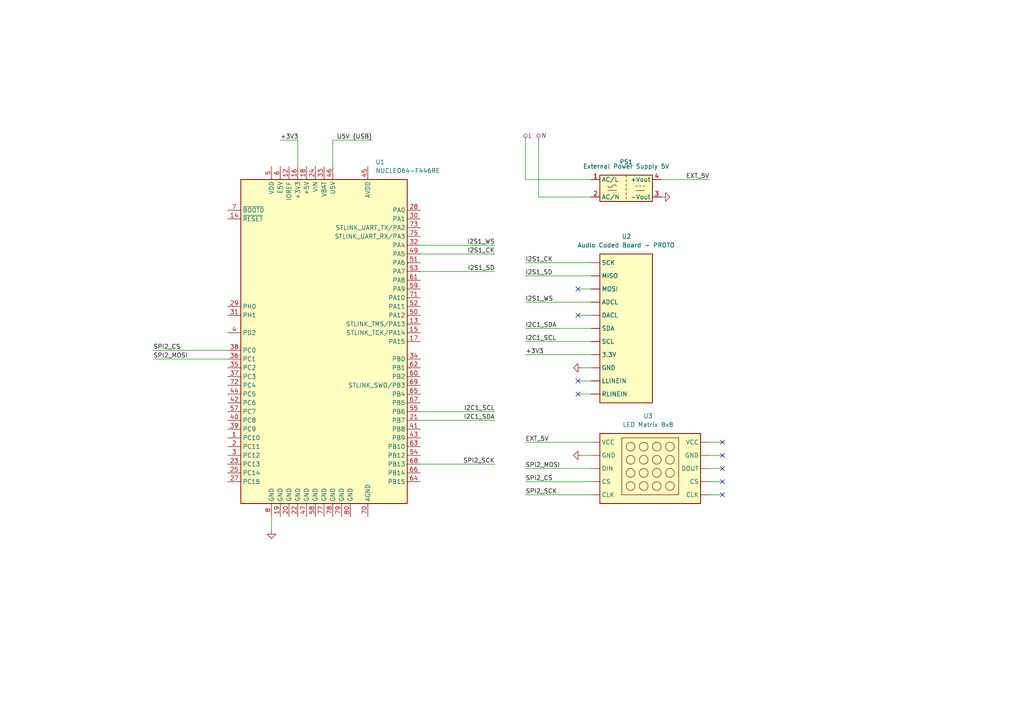
<source format=kicad_sch>
(kicad_sch (version 20230121) (generator eeschema)
  (paper "A4")
  (lib_symbols
    (symbol "Converter_ACDC:HLK-5M03"
      (property "Reference" "PS" (at 0 5.08 0))
      (property "Value" "HLK-5M03" (at 0 -5.08 0))
      (symbol "HLK-5M03_0_1"
        (rectangle (start -7.62 3.81) (end 7.62 -3.81) (stroke (width 0.254)) (fill (type background)))
        (arc (start -5.334 0.635) (mid -4.699 0.2495) (end -4.064 0.635))
        (arc (start -2.794 0.635) (mid -3.429 1.0072) (end -4.064 0.635))
        (polyline (pts (xy -5.334 -0.635) (xy -2.794 -0.635)))
        (polyline (pts (xy 0 -2.54) (xy 0 -3.175)))
        (polyline (pts (xy 0 -1.27) (xy 0 -1.905)))
        (polyline (pts (xy 0 0) (xy 0 -0.635)))
        (polyline (pts (xy 0 1.27) (xy 0 0.635)))
        (polyline (pts (xy 0 2.54) (xy 0 1.905)))
        (polyline (pts (xy 0 3.81) (xy 0 3.175)))
        (polyline (pts (xy 2.794 -0.635) (xy 5.334 -0.635)))
        (polyline (pts (xy 2.794 0.635) (xy 3.302 0.635)))
        (polyline (pts (xy 3.81 0.635) (xy 4.318 0.635)))
        (polyline (pts (xy 4.826 0.635) (xy 5.334 0.635)))
      )
      (symbol "HLK-5M03_1_1"
        (pin power_in line (at -10.16 2.54 0) (length 2.54) (name "AC/L") (number "1"))
        (pin power_in line (at -10.16 -2.54 0) (length 2.54) (name "AC/N") (number "2"))
        (pin power_out line (at 10.16 -2.54 180) (length 2.54) (name "-Vout") (number "3"))
        (pin power_out line (at 10.16 2.54 180) (length 2.54) (name "+Vout") (number "4"))
      )
    )
    (symbol "MCU_Module:NUCLEO64-F411RE"
      (property "Reference" "U" (at -17.78 50.165 0))
      (property "Value" "NUCLEO64-F411RE" (at -17.78 48.26 0))
      (symbol "NUCLEO64-F411RE_0_1"
        (rectangle (start -24.13 -46.99) (end 24.13 46.99) (stroke (width 0.254)) (fill (type background)))
      )
      (symbol "NUCLEO64-F411RE_1_1"
        (pin bidirectional line (at -27.94 -27.94 0) (length 3.81) (name "PC10") (number "1"))
        (pin no_connect line (at -24.13 20.32 0) (length 3.81) hide (name "NC") (number "10"))
        (pin no_connect line (at -24.13 15.24 0) (length 3.81) hide (name "NC") (number "11"))
        (pin power_in line (at -10.16 50.8 270) (length 3.81) (name "IOREF") (number "12"))
        (pin bidirectional line (at 27.94 5.08 180) (length 3.81) (name "STLINK_TMS/PA13") (number "13"))
        (pin input line (at -27.94 35.56 0) (length 3.81) (name "~{RESET}") (number "14"))
        (pin bidirectional line (at 27.94 2.54 180) (length 3.81) (name "STLINK_TCK/PA14") (number "15"))
        (pin power_in line (at -7.62 50.8 270) (length 3.81) (name "+3V3") (number "16"))
        (pin bidirectional line (at 27.94 0 180) (length 3.81) (name "PA15") (number "17"))
        (pin power_in line (at -5.08 50.8 270) (length 3.81) (name "+5V") (number "18"))
        (pin power_in line (at -12.7 -50.8 90) (length 3.81) (name "GND") (number "19"))
        (pin bidirectional line (at -27.94 -30.48 0) (length 3.81) (name "PC11") (number "2"))
        (pin power_in line (at -10.16 -50.8 90) (length 3.81) (name "GND") (number "20"))
        (pin bidirectional line (at 27.94 -22.86 180) (length 3.81) (name "PB7") (number "21"))
        (pin power_in line (at -7.62 -50.8 90) (length 3.81) (name "GND") (number "22"))
        (pin bidirectional line (at -27.94 -35.56 0) (length 3.81) (name "PC13") (number "23"))
        (pin power_in line (at -2.54 50.8 270) (length 3.81) (name "VIN") (number "24"))
        (pin bidirectional line (at -27.94 -38.1 0) (length 3.81) (name "PC14") (number "25"))
        (pin no_connect line (at -24.13 22.86 0) (length 3.81) hide (name "NC") (number "26"))
        (pin bidirectional line (at -27.94 -40.64 0) (length 3.81) (name "PC15") (number "27"))
        (pin bidirectional line (at 27.94 38.1 180) (length 3.81) (name "PA0") (number "28"))
        (pin bidirectional line (at -27.94 10.16 0) (length 3.81) (name "PH0") (number "29"))
        (pin bidirectional line (at -27.94 -33.02 0) (length 3.81) (name "PC12") (number "3"))
        (pin bidirectional line (at 27.94 35.56 180) (length 3.81) (name "PA1") (number "30"))
        (pin bidirectional line (at -27.94 7.62 0) (length 3.81) (name "PH1") (number "31"))
        (pin bidirectional line (at 27.94 27.94 180) (length 3.81) (name "PA4") (number "32"))
        (pin power_in line (at 0 50.8 270) (length 3.81) (name "VBAT") (number "33"))
        (pin bidirectional line (at 27.94 -5.08 180) (length 3.81) (name "PB0") (number "34"))
        (pin bidirectional line (at -27.94 -7.62 0) (length 3.81) (name "PC2") (number "35"))
        (pin bidirectional line (at -27.94 -5.08 0) (length 3.81) (name "PC1") (number "36"))
        (pin bidirectional line (at -27.94 -10.16 0) (length 3.81) (name "PC3") (number "37"))
        (pin bidirectional line (at -27.94 -2.54 0) (length 3.81) (name "PC0") (number "38"))
        (pin bidirectional line (at -27.94 -25.4 0) (length 3.81) (name "PC9") (number "39"))
        (pin bidirectional line (at -27.94 2.54 0) (length 3.81) (name "PD2") (number "4"))
        (pin bidirectional line (at -27.94 -22.86 0) (length 3.81) (name "PC8") (number "40"))
        (pin bidirectional line (at 27.94 -25.4 180) (length 3.81) (name "PB8") (number "41"))
        (pin bidirectional line (at -27.94 -17.78 0) (length 3.81) (name "PC6") (number "42"))
        (pin bidirectional line (at 27.94 -27.94 180) (length 3.81) (name "PB9") (number "43"))
        (pin bidirectional line (at -27.94 -15.24 0) (length 3.81) (name "PC5") (number "44"))
        (pin power_in line (at 12.7 50.8 270) (length 3.81) (name "AVDD") (number "45"))
        (pin power_in line (at 2.54 50.8 270) (length 3.81) (name "U5V") (number "46"))
        (pin power_in line (at -5.08 -50.8 90) (length 3.81) (name "GND") (number "47"))
        (pin no_connect line (at -24.13 25.4 0) (length 3.81) hide (name "NC") (number "48"))
        (pin bidirectional line (at 27.94 25.4 180) (length 3.81) (name "PA5") (number "49"))
        (pin power_in line (at -15.24 50.8 270) (length 3.81) (name "VDD") (number "5"))
        (pin bidirectional line (at 27.94 7.62 180) (length 3.81) (name "PA12") (number "50"))
        (pin bidirectional line (at 27.94 22.86 180) (length 3.81) (name "PA6") (number "51"))
        (pin bidirectional line (at 27.94 10.16 180) (length 3.81) (name "PA11") (number "52"))
        (pin bidirectional line (at 27.94 20.32 180) (length 3.81) (name "PA7") (number "53"))
        (pin bidirectional line (at 27.94 -33.02 180) (length 3.81) (name "PB12") (number "54"))
        (pin bidirectional line (at 27.94 -20.32 180) (length 3.81) (name "PB6") (number "55"))
        (pin no_connect line (at -24.13 33.02 0) (length 3.81) hide (name "NC") (number "56"))
        (pin bidirectional line (at -27.94 -20.32 0) (length 3.81) (name "PC7") (number "57"))
        (pin power_in line (at -2.54 -50.8 90) (length 3.81) (name "GND") (number "58"))
        (pin bidirectional line (at 27.94 15.24 180) (length 3.81) (name "PA9") (number "59"))
        (pin power_in line (at -12.7 50.8 270) (length 3.81) (name "E5V") (number "6"))
        (pin bidirectional line (at 27.94 -10.16 180) (length 3.81) (name "PB2") (number "60"))
        (pin bidirectional line (at 27.94 17.78 180) (length 3.81) (name "PA8") (number "61"))
        (pin bidirectional line (at 27.94 -7.62 180) (length 3.81) (name "PB1") (number "62"))
        (pin bidirectional line (at 27.94 -30.48 180) (length 3.81) (name "PB10") (number "63"))
        (pin bidirectional line (at 27.94 -40.64 180) (length 3.81) (name "PB15") (number "64"))
        (pin bidirectional line (at 27.94 -15.24 180) (length 3.81) (name "PB4") (number "65"))
        (pin bidirectional line (at 27.94 -38.1 180) (length 3.81) (name "PB14") (number "66"))
        (pin bidirectional line (at 27.94 -17.78 180) (length 3.81) (name "PB5") (number "67"))
        (pin bidirectional line (at 27.94 -35.56 180) (length 3.81) (name "PB13") (number "68"))
        (pin bidirectional line (at 27.94 -12.7 180) (length 3.81) (name "STLINK_SWO/PB3") (number "69"))
        (pin input line (at -27.94 38.1 0) (length 3.81) (name "~{BOOT0}") (number "7"))
        (pin power_in line (at 12.7 -50.8 90) (length 3.81) (name "AGND") (number "70"))
        (pin bidirectional line (at 27.94 12.7 180) (length 3.81) (name "PA10") (number "71"))
        (pin bidirectional line (at -27.94 -12.7 0) (length 3.81) (name "PC4") (number "72"))
        (pin bidirectional line (at 27.94 33.02 180) (length 3.81) (name "STLINK_UART_TX/PA2") (number "73"))
        (pin no_connect line (at -24.13 30.48 0) (length 3.81) hide (name "NC") (number "74"))
        (pin bidirectional line (at 27.94 30.48 180) (length 3.81) (name "STLINK_UART_RX/PA3") (number "75"))
        (pin no_connect line (at -24.13 27.94 0) (length 3.81) hide (name "NC") (number "76"))
        (pin power_in line (at 0 -50.8 90) (length 3.81) (name "GND") (number "77"))
        (pin power_in line (at 2.54 -50.8 90) (length 3.81) (name "GND") (number "78"))
        (pin power_in line (at 5.08 -50.8 90) (length 3.81) (name "GND") (number "79"))
        (pin power_in line (at -15.24 -50.8 90) (length 3.81) (name "GND") (number "8"))
        (pin power_in line (at 7.62 -50.8 90) (length 3.81) (name "GND") (number "80"))
        (pin no_connect line (at -24.13 17.78 0) (length 3.81) hide (name "NC") (number "9"))
      )
    )
    (symbol "Moja_biblioteka:Audio_proto_board" (pin_numbers hide)
      (property "Reference" "U?" (at -1.27 26.67 0))
      (property "Value" "Audio Coded Board - PROTO" (at 0 24.13 0))
      (symbol "Audio_proto_board_0_1"
        (rectangle (start -7.62 21.59) (end 7.62 -21.59) (stroke (width 0.254)) (fill (type background)))
      )
      (symbol "Audio_proto_board_1_1"
        (pin input line (at -10.16 19.05 0) (length 2.54) (name "SCK") (number "1"))
        (pin input line (at -10.16 -15.24 0) (length 2.54) (name "LLINEIN") (number "10"))
        (pin input line (at -10.16 -19.05 0) (length 2.54) (name "RLINEIN") (number "11"))
        (pin output line (at -10.16 15.24 0) (length 2.54) (name "MISO") (number "2"))
        (pin input line (at -10.16 11.43 0) (length 2.54) (name "MOSI") (number "3"))
        (pin output line (at -10.16 7.62 0) (length 2.54) (name "ADCL") (number "4"))
        (pin input line (at -10.16 3.81 0) (length 2.54) (name "DACL") (number "5"))
        (pin input line (at -10.16 0 0) (length 2.54) (name "SDA") (number "6"))
        (pin input line (at -10.16 -3.81 0) (length 2.54) (name "SCL") (number "7"))
        (pin power_in line (at -10.16 -7.62 0) (length 2.54) (name "3.3V") (number "8"))
        (pin power_in line (at -10.16 -11.43 0) (length 2.54) (name "GND") (number "9"))
      )
    )
    (symbol "Moja_biblioteka:Matryca_MAX7219" (pin_numbers hide)
      (property "Reference" "U" (at 0 13.97 0))
      (symbol "Matryca_MAX7219_0_1"
        (rectangle (start -13.97 10.16) (end 15.24 -10.16) (stroke (width 0.254)) (fill (type background)))
        (rectangle (start -7.62 8.89) (end 8.89 -7.62))
        (circle (center -5.08 -5.08) (radius 1.27))
        (circle (center -5.08 -1.27) (radius 1.27))
        (circle (center -5.08 2.54) (radius 1.27))
        (circle (center -5.08 6.35) (radius 1.27))
        (circle (center -1.27 -5.08) (radius 1.27))
        (circle (center -1.27 -1.27) (radius 1.27))
        (circle (center -1.27 2.54) (radius 1.27))
        (circle (center -1.27 6.35) (radius 1.27))
        (circle (center 2.54 -5.08) (radius 1.27))
        (circle (center 2.54 -1.27) (radius 1.27))
        (circle (center 2.54 2.54) (radius 1.27))
        (circle (center 2.54 6.35) (radius 1.27))
        (circle (center 6.35 -5.08) (radius 1.27))
        (circle (center 6.35 -1.27) (radius 1.27))
        (circle (center 6.35 2.54) (radius 1.27))
        (circle (center 6.35 6.35) (radius 1.27))
      )
      (symbol "Matryca_MAX7219_1_1"
        (pin power_in line (at -16.51 7.62 0) (length 2.54) (name "VCC") (number "1"))
        (pin power_in line (at 17.78 7.62 180) (length 2.54) (name "VCC") (number "1"))
        (pin power_in line (at -16.51 3.81 0) (length 2.54) (name "GND") (number "2"))
        (pin power_in line (at 17.78 3.81 180) (length 2.54) (name "GND") (number "2"))
        (pin input line (at -16.51 0 0) (length 2.54) (name "DIN") (number "3"))
        (pin output line (at 17.78 0 180) (length 2.54) (name "DOUT") (number "3"))
        (pin input line (at -16.51 -3.81 0) (length 2.54) (name "CS") (number "4"))
        (pin output line (at 17.78 -3.81 180) (length 2.54) (name "CS") (number "4"))
        (pin input line (at -16.51 -7.62 0) (length 2.54) (name "CLK") (number "5"))
        (pin output line (at 17.78 -7.62 180) (length 2.54) (name "CLK") (number "5"))
      )
    )
    (symbol "power:GND" (power) (pin_names (offset 0))
      (property "Value" "GND" (at 0 -3.81 0))
      (symbol "GND_0_1"
        (polyline (pts (xy 0 0) (xy 0 -1.27) (xy 1.27 -1.27) (xy 0 -2.54) (xy -1.27 -1.27) (xy 0 -1.27)))
      )
      (symbol "GND_1_1"
        (pin power_in line (at 0 0 270) (length 0) hide (name "GND") (number "1"))
      )
    )
  )
  (no_connect (at 167.64 110.49))
  (no_connect (at 167.64 114.3))
  (no_connect (at 209.55 132.08))
  (no_connect (at 209.55 128.27))
  (no_connect (at 167.64 91.44))
  (no_connect (at 209.55 143.51))
  (no_connect (at 209.55 139.7))
  (no_connect (at 209.55 135.89))
  (no_connect (at 167.64 83.82))
  (wire (pts (xy 152.4 99.06) (xy 171.45 99.06)))
  (wire (pts (xy 152.4 135.89) (xy 171.45 135.89)))
  (wire (pts (xy 152.4 128.27) (xy 171.45 128.27)))
  (wire (pts (xy 167.64 83.82) (xy 171.45 83.82)))
  (wire (pts (xy 121.92 121.92) (xy 143.51 121.92)))
  (wire (pts (xy 156.21 57.15) (xy 171.45 57.15)))
  (wire (pts (xy 152.4 52.07) (xy 171.45 52.07)))
  (wire (pts (xy 96.52 40.64) (xy 107.95 40.64)))
  (wire (pts (xy 167.64 110.49) (xy 171.45 110.49)))
  (wire (pts (xy 121.92 78.74) (xy 143.51 78.74)))
  (wire (pts (xy 152.4 139.7) (xy 171.45 139.7)))
  (wire (pts (xy 152.4 143.51) (xy 171.45 143.51)))
  (wire (pts (xy 152.4 80.01) (xy 171.45 80.01)))
  (wire (pts (xy 167.64 91.44) (xy 171.45 91.44)))
  (wire (pts (xy 152.4 76.2) (xy 171.45 76.2)))
  (wire (pts (xy 152.4 41.91) (xy 152.4 52.07)))
  (wire (pts (xy 152.4 87.63) (xy 171.45 87.63)))
  (wire (pts (xy 156.21 41.91) (xy 156.21 57.15)))
  (wire (pts (xy 121.92 73.66) (xy 143.51 73.66)))
  (wire (pts (xy 86.36 40.64) (xy 86.36 48.26)))
  (wire (pts (xy 121.92 119.38) (xy 143.51 119.38)))
  (wire (pts (xy 121.92 134.62) (xy 143.51 134.62)))
  (wire (pts (xy 168.91 132.08) (xy 171.45 132.08)))
  (wire (pts (xy 44.45 101.6) (xy 66.04 101.6)))
  (wire (pts (xy 191.77 52.07) (xy 205.74 52.07)))
  (wire (pts (xy 44.45 104.14) (xy 66.04 104.14)))
  (wire (pts (xy 168.91 106.68) (xy 171.45 106.68)))
  (wire (pts (xy 167.64 114.3) (xy 171.45 114.3)))
  (wire (pts (xy 78.74 149.86) (xy 78.74 153.67)))
  (wire (pts (xy 81.28 40.64) (xy 86.36 40.64)))
  (wire (pts (xy 205.74 135.89) (xy 209.55 135.89)))
  (wire (pts (xy 152.4 102.87) (xy 171.45 102.87)))
  (wire (pts (xy 205.74 132.08) (xy 209.55 132.08)))
  (wire (pts (xy 152.4 95.25) (xy 171.45 95.25)))
  (wire (pts (xy 205.74 143.51) (xy 209.55 143.51)))
  (wire (pts (xy 96.52 40.64) (xy 96.52 48.26)))
  (wire (pts (xy 121.92 71.12) (xy 143.51 71.12)))
  (wire (pts (xy 205.74 139.7) (xy 209.55 139.7)))
  (wire (pts (xy 205.74 128.27) (xy 209.55 128.27)))
  (label "I2C1_SCL" (at 152.4 99.06 0))
  (label "+3V3" (at 81.28 40.64 0))
  (label "SPI2_CS" (at 44.45 101.6 0))
  (label "EXT_5V" (at 205.74 52.07 180))
  (label "I2S1_WS" (at 152.4 87.63 0))
  (label "I2C1_SDA" (at 152.4 95.25 0))
  (label "SPI2_MOSI" (at 152.4 135.89 0))
  (label "I2S1_CK" (at 143.51 73.66 180))
  (label "I2S1_CK" (at 152.4 76.2 0))
  (label "I2C1_SDA" (at 143.51 121.92 180))
  (label "SPI2_SCK" (at 143.51 134.62 180))
  (label "EXT_5V" (at 152.4 128.27 0))
  (label "SPI2_MOSI" (at 44.45 104.14 0))
  (label "I2S1_SD" (at 152.4 80.01 0))
  (label "U5V (USB)" (at 107.95 40.64 180))
  (label "I2S1_SD" (at 143.51 78.74 180))
  (label "+3V3" (at 152.4 102.87 0))
  (label "SPI2_SCK" (at 152.4 143.51 0))
  (label "I2C1_SCL" (at 143.51 119.38 180))
  (label "SPI2_CS" (at 152.4 139.7 0))
  (label "I2S1_WS" (at 143.51 71.12 180))
  (netclass_flag "" (length 2.54) (shape round) (at 156.21 41.91 0) (property "Netclass" "N" (at 156.9085 39.37 0) (effects (font italic) (justify left))))
  (netclass_flag "" (length 2.54) (shape round) (at 152.4 41.91 0) (property "Netclass" "L" (at 153.0985 39.37 0) (effects (font italic) (justify left))))
  (symbol (lib_id "Moja_biblioteka:Audio_proto_board") (at 181.61 95.25 0) (unit 1)
    (property "Reference" "U2" (at 180.34 68.58 0) (effects (justify left)))
    (property "Value" "Audio Coded Board - PROTO" (at 181.61 71.12 0))
  )
  (symbol (lib_id "Moja_biblioteka:Matryca_MAX7219") (at 187.96 135.89 0) (unit 1)
    (property "Reference" "U3" (at 187.96 120.65 0))
    (property "Value" "LED Matrix 8x8" (at 187.96 123.19 0))
  )
  (symbol (lib_id "Converter_ACDC:HLK-5M03") (at 181.61 54.61 0) (unit 1)
    (property "Reference" "PS1" (at 181.61 46.99 0))
    (property "Value" "External Power Supply 5V" (at 181.61 48.26 0))
    (property "Footprint" "Converter_ACDC:Converter_ACDC_HiLink_HLK-5Mxx" (effects hide))
    (property "Datasheet" "http://h.hlktech.com/download/ACDC%E7%94%B5%E6%BA%90%E6%A8%A1%E5%9D%975W%E7%B3%BB%E5%88%97/1/%E6%B5%B7%E5%87%8C%E7%A7%915W%E7%B3%BB%E5%88%97%E7%94%B5%E6%BA%90%E6%A8%A1%E5%9D%97%E8%A7%84%E6%A0%BC%E4%B9%A6V2.8.pdf" (effects hide))
  )
  (symbol (lib_id "MCU_Module:NUCLEO64-F411RE") (at 93.98 99.06 0) (unit 1)
    (property "Reference" "U1" (at 108.8741 46.99 0) (effects (justify left)))
    (property "Value" "NUCLEO64-F446RE" (at 108.8741 49.53 0) (effects (justify left)))
    (property "Footprint" "Module:ST_Morpho_Connector_144_STLink" (effects hide))
    (property "Datasheet" "http://www.st.com/st-web-ui/static/active/en/resource/technical/document/data_brief/DM00105918.pdf" (effects hide))
  )
  (symbol (lib_id "power:GND") (at 78.74 153.67 0) (unit 1)
    (property "Reference" "#PWR03" (effects hide))
    (property "Value" "GND" (effects hide))
  )
  (symbol (lib_id "power:GND") (at 191.77 57.15 90) (unit 1)
    (property "Reference" "#PWR02" (effects hide))
    (property "Value" "GND" (effects hide))
  )
  (symbol (lib_id "power:GND") (at 168.91 132.08 270) (unit 1)
    (property "Reference" "#PWR04" (effects hide))
    (property "Value" "GND" (effects hide))
  )
  (symbol (lib_id "power:GND") (at 168.91 106.68 270) (unit 1)
    (property "Reference" "#PWR01" (effects hide))
    (property "Value" "GND" (effects hide))
  )
)
</source>
